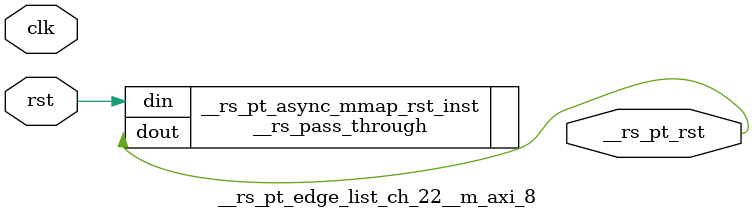
<source format=v>
`timescale 1 ns / 1 ps
/**   Generated by RapidStream   **/
module __rs_pt_edge_list_ch_22__m_axi_8 #(
    parameter BufferSize         = 32,
    parameter BufferSizeLog      = 5,
    parameter AddrWidth          = 64,
    parameter AxiSideAddrWidth   = 64,
    parameter DataWidth          = 512,
    parameter DataWidthBytesLog  = 6,
    parameter WaitTimeWidth      = 4,
    parameter BurstLenWidth      = 8,
    parameter EnableReadChannel  = 1,
    parameter EnableWriteChannel = 1,
    parameter MaxWaitTime        = 3,
    parameter MaxBurstLen        = 15
) (
    output wire __rs_pt_rst,
    input wire  clk,
    input wire  rst
);




__rs_pass_through #(
    .WIDTH (1)
) __rs_pt_async_mmap_rst_inst /**   Generated by RapidStream   **/ (
    .din  (rst),
    .dout (__rs_pt_rst)
);

endmodule  // __rs_pt_edge_list_ch_22__m_axi_8
</source>
